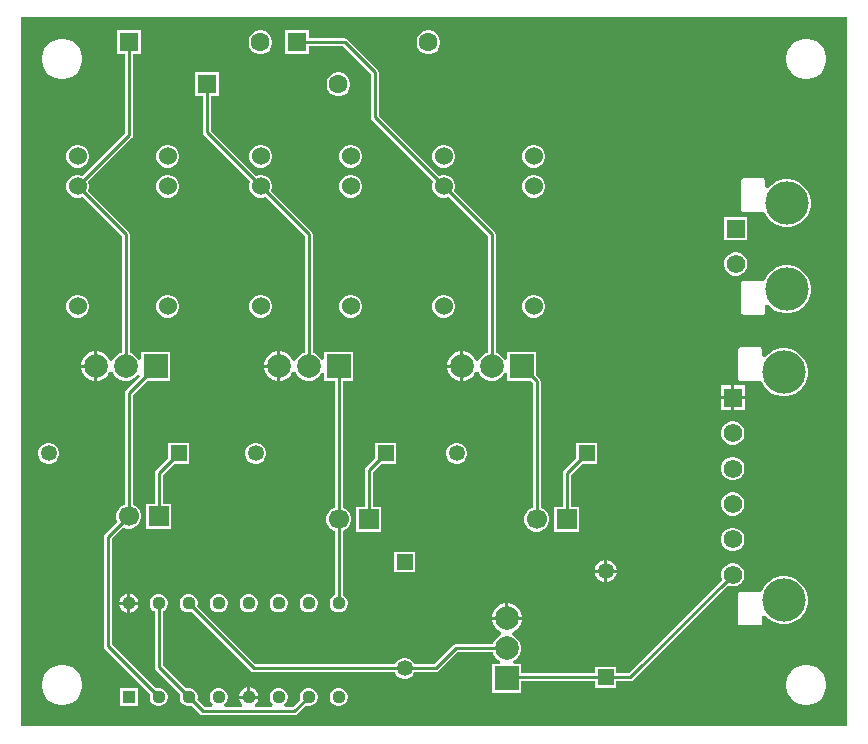
<source format=gbr>
%TF.GenerationSoftware,Altium Limited,Altium Designer,25.1.2 (22)*%
G04 Layer_Physical_Order=2*
G04 Layer_Color=16711680*
%FSLAX45Y45*%
%MOMM*%
%TF.SameCoordinates,40A9CBEC-A2F6-451D-B56F-574927FC8DEB*%
%TF.FilePolarity,Positive*%
%TF.FileFunction,Copper,L2,Bot,Signal*%
%TF.Part,Single*%
G01*
G75*
%TA.AperFunction,Conductor*%
%ADD10C,0.25400*%
%TA.AperFunction,ComponentPad*%
%ADD12C,1.60000*%
%ADD13R,1.60000X1.60000*%
%ADD14C,1.57000*%
%ADD15R,1.57000X1.57000*%
%ADD16C,3.66000*%
%ADD17R,1.35000X1.35000*%
%ADD18C,1.35000*%
%ADD19C,1.52400*%
%ADD20R,1.70000X1.70000*%
%ADD21C,1.70000*%
%ADD22R,1.35000X1.35000*%
%ADD23C,2.01000*%
%ADD24R,2.01000X2.01000*%
%ADD25R,2.01000X2.01000*%
%ADD26C,1.13000*%
%ADD27R,1.13000X1.13000*%
G36*
X7000240Y0D02*
X0D01*
Y6002020D01*
X7000240D01*
Y0D01*
D02*
G37*
%LPC*%
G36*
X3465767Y5891200D02*
X3439436D01*
X3414003Y5884385D01*
X3391200Y5871220D01*
X3372582Y5852601D01*
X3359417Y5829798D01*
X3352602Y5804365D01*
Y5778035D01*
X3359417Y5752602D01*
X3372582Y5729799D01*
X3391200Y5711180D01*
X3414003Y5698015D01*
X3439436Y5691200D01*
X3465767D01*
X3491200Y5698015D01*
X3514003Y5711180D01*
X3532621Y5729799D01*
X3545787Y5752602D01*
X3552601Y5778035D01*
Y5804365D01*
X3545787Y5829798D01*
X3532621Y5852601D01*
X3514003Y5871220D01*
X3491200Y5884385D01*
X3465767Y5891200D01*
D02*
G37*
G36*
X2043367D02*
X2017036D01*
X1991603Y5884385D01*
X1968800Y5871220D01*
X1950182Y5852601D01*
X1937017Y5829798D01*
X1930202Y5804365D01*
Y5778035D01*
X1937017Y5752602D01*
X1950182Y5729799D01*
X1968800Y5711180D01*
X1991603Y5698015D01*
X2017036Y5691200D01*
X2043367D01*
X2068800Y5698015D01*
X2091603Y5711180D01*
X2110221Y5729799D01*
X2123387Y5752602D01*
X2130201Y5778035D01*
Y5804365D01*
X2123387Y5829798D01*
X2110221Y5852601D01*
X2091603Y5871220D01*
X2068800Y5884385D01*
X2043367Y5891200D01*
D02*
G37*
G36*
X6666743Y5820001D02*
X6633256D01*
X6600412Y5813468D01*
X6569474Y5800653D01*
X6541631Y5782049D01*
X6517952Y5758370D01*
X6499347Y5730527D01*
X6486533Y5699589D01*
X6479999Y5666745D01*
Y5633258D01*
X6486533Y5600414D01*
X6499347Y5569476D01*
X6517952Y5541633D01*
X6541631Y5517954D01*
X6569474Y5499349D01*
X6600412Y5486535D01*
X6633256Y5480001D01*
X6666743D01*
X6699587Y5486535D01*
X6730525Y5499349D01*
X6758368Y5517954D01*
X6782047Y5541633D01*
X6800651Y5569476D01*
X6813466Y5600414D01*
X6819999Y5633258D01*
Y5666745D01*
X6813466Y5699589D01*
X6800651Y5730527D01*
X6782047Y5758370D01*
X6758368Y5782049D01*
X6730525Y5800653D01*
X6699587Y5813468D01*
X6666743Y5820001D01*
D02*
G37*
G36*
X366745D02*
X333258D01*
X300415Y5813468D01*
X269477Y5800653D01*
X241633Y5782049D01*
X217954Y5758370D01*
X199350Y5730527D01*
X186535Y5699589D01*
X180002Y5666745D01*
Y5633258D01*
X186535Y5600414D01*
X199350Y5569476D01*
X217954Y5541633D01*
X241633Y5517954D01*
X269477Y5499349D01*
X300415Y5486535D01*
X333258Y5480001D01*
X366745D01*
X399589Y5486535D01*
X430527Y5499349D01*
X458370Y5517954D01*
X482049Y5541633D01*
X500654Y5569476D01*
X513469Y5600414D01*
X520002Y5633258D01*
Y5666745D01*
X513469Y5699589D01*
X500654Y5730527D01*
X482049Y5758370D01*
X458370Y5782049D01*
X430527Y5800653D01*
X399589Y5813468D01*
X366745Y5820001D01*
D02*
G37*
G36*
X2703767Y5535600D02*
X2677436D01*
X2652003Y5528785D01*
X2629200Y5515620D01*
X2610582Y5497001D01*
X2597417Y5474198D01*
X2590602Y5448765D01*
Y5422435D01*
X2597417Y5397002D01*
X2610582Y5374199D01*
X2629200Y5355580D01*
X2652003Y5342415D01*
X2677436Y5335600D01*
X2703767D01*
X2729200Y5342415D01*
X2752003Y5355580D01*
X2770621Y5374199D01*
X2783787Y5397002D01*
X2790601Y5422435D01*
Y5448765D01*
X2783787Y5474198D01*
X2770621Y5497001D01*
X2752003Y5515620D01*
X2729200Y5528785D01*
X2703767Y5535600D01*
D02*
G37*
G36*
X4356065Y4922200D02*
X4330735D01*
X4306268Y4915644D01*
X4284332Y4902979D01*
X4266421Y4885068D01*
X4253756Y4863132D01*
X4247200Y4838665D01*
Y4813335D01*
X4253756Y4788868D01*
X4266421Y4766932D01*
X4284332Y4749021D01*
X4306268Y4736356D01*
X4330735Y4729800D01*
X4356065D01*
X4380532Y4736356D01*
X4402468Y4749021D01*
X4420379Y4766932D01*
X4433044Y4788868D01*
X4439600Y4813335D01*
Y4838665D01*
X4433044Y4863132D01*
X4420379Y4885068D01*
X4402468Y4902979D01*
X4380532Y4915644D01*
X4356065Y4922200D01*
D02*
G37*
G36*
X3594065D02*
X3568735D01*
X3544268Y4915644D01*
X3522332Y4902979D01*
X3504421Y4885068D01*
X3491756Y4863132D01*
X3485200Y4838665D01*
Y4813335D01*
X3491756Y4788868D01*
X3504421Y4766932D01*
X3522332Y4749021D01*
X3544268Y4736356D01*
X3568735Y4729800D01*
X3594065D01*
X3618532Y4736356D01*
X3640468Y4749021D01*
X3658379Y4766932D01*
X3671044Y4788868D01*
X3677600Y4813335D01*
Y4838665D01*
X3671044Y4863132D01*
X3658379Y4885068D01*
X3640468Y4902979D01*
X3618532Y4915644D01*
X3594065Y4922200D01*
D02*
G37*
G36*
X2806665D02*
X2781335D01*
X2756868Y4915644D01*
X2734932Y4902979D01*
X2717021Y4885068D01*
X2704356Y4863132D01*
X2697800Y4838665D01*
Y4813335D01*
X2704356Y4788868D01*
X2717021Y4766932D01*
X2734932Y4749021D01*
X2756868Y4736356D01*
X2781335Y4729800D01*
X2806665D01*
X2831132Y4736356D01*
X2853068Y4749021D01*
X2870979Y4766932D01*
X2883644Y4788868D01*
X2890200Y4813335D01*
Y4838665D01*
X2883644Y4863132D01*
X2870979Y4885068D01*
X2853068Y4902979D01*
X2831132Y4915644D01*
X2806665Y4922200D01*
D02*
G37*
G36*
X2044665D02*
X2019335D01*
X1994868Y4915644D01*
X1972932Y4902979D01*
X1955021Y4885068D01*
X1942356Y4863132D01*
X1935800Y4838665D01*
Y4813335D01*
X1942356Y4788868D01*
X1955021Y4766932D01*
X1972932Y4749021D01*
X1994868Y4736356D01*
X2019335Y4729800D01*
X2044665D01*
X2069132Y4736356D01*
X2091068Y4749021D01*
X2108979Y4766932D01*
X2121644Y4788868D01*
X2128200Y4813335D01*
Y4838665D01*
X2121644Y4863132D01*
X2108979Y4885068D01*
X2091068Y4902979D01*
X2069132Y4915644D01*
X2044665Y4922200D01*
D02*
G37*
G36*
X1257265D02*
X1231935D01*
X1207468Y4915644D01*
X1185532Y4902979D01*
X1167621Y4885068D01*
X1154956Y4863132D01*
X1148400Y4838665D01*
Y4813335D01*
X1154956Y4788868D01*
X1167621Y4766932D01*
X1185532Y4749021D01*
X1207468Y4736356D01*
X1231935Y4729800D01*
X1257265D01*
X1281732Y4736356D01*
X1303668Y4749021D01*
X1321579Y4766932D01*
X1334244Y4788868D01*
X1340800Y4813335D01*
Y4838665D01*
X1334244Y4863132D01*
X1321579Y4885068D01*
X1303668Y4902979D01*
X1281732Y4915644D01*
X1257265Y4922200D01*
D02*
G37*
G36*
X495265D02*
X469935D01*
X445468Y4915644D01*
X423532Y4902979D01*
X405621Y4885068D01*
X392956Y4863132D01*
X386400Y4838665D01*
Y4813335D01*
X392956Y4788868D01*
X405621Y4766932D01*
X423532Y4749021D01*
X445468Y4736356D01*
X469935Y4729800D01*
X495265D01*
X519732Y4736356D01*
X541668Y4749021D01*
X559579Y4766932D01*
X572244Y4788868D01*
X578800Y4813335D01*
Y4838665D01*
X572244Y4863132D01*
X559579Y4885068D01*
X541668Y4902979D01*
X519732Y4915644D01*
X495265Y4922200D01*
D02*
G37*
G36*
X1016198Y5891200D02*
X816199D01*
Y5691200D01*
X882858D01*
Y5019408D01*
X523131Y4659682D01*
X519732Y4661644D01*
X495265Y4668200D01*
X469935D01*
X445468Y4661644D01*
X423532Y4648979D01*
X405621Y4631068D01*
X392956Y4609132D01*
X386400Y4584665D01*
Y4559335D01*
X392956Y4534868D01*
X405621Y4512932D01*
X423532Y4495021D01*
X445468Y4482356D01*
X469935Y4475800D01*
X495265D01*
X519732Y4482356D01*
X523131Y4484318D01*
X855659Y4151790D01*
Y3163817D01*
X842489Y3160288D01*
X815011Y3144424D01*
X792576Y3121989D01*
X778394Y3097425D01*
X764710Y3095634D01*
X751401Y3098188D01*
X735745Y3125304D01*
X712304Y3148745D01*
X683596Y3165320D01*
X651575Y3173900D01*
X647700D01*
Y3048000D01*
Y2922100D01*
X651575D01*
X683596Y2930680D01*
X712304Y2947255D01*
X735745Y2970696D01*
X751401Y2997812D01*
X764710Y3000366D01*
X778394Y2998575D01*
X792576Y2974011D01*
X815011Y2951576D01*
X842489Y2935712D01*
X873136Y2927500D01*
X904864D01*
X935511Y2935712D01*
X962989Y2951576D01*
X983400Y2971987D01*
X993864Y2971819D01*
X1010929Y2967386D01*
X1011839Y2963990D01*
X890825Y2842975D01*
X883597Y2832159D01*
X881059Y2819400D01*
Y1877770D01*
X873872Y1875844D01*
X849929Y1862021D01*
X830379Y1842471D01*
X816556Y1818528D01*
X809400Y1791823D01*
Y1764177D01*
X816556Y1737472D01*
X820276Y1731027D01*
X713025Y1623775D01*
X705797Y1612959D01*
X703259Y1600200D01*
Y679201D01*
X705797Y666442D01*
X713025Y655626D01*
X1095974Y272677D01*
X1091900Y257472D01*
Y237330D01*
X1097113Y217873D01*
X1107185Y200429D01*
X1121428Y186186D01*
X1138872Y176114D01*
X1158329Y170901D01*
X1178471D01*
X1197928Y176114D01*
X1215372Y186186D01*
X1229615Y200429D01*
X1239687Y217873D01*
X1244900Y237330D01*
Y257472D01*
X1239687Y276929D01*
X1229615Y294373D01*
X1215372Y308616D01*
X1197928Y318688D01*
X1178471Y323901D01*
X1158329D01*
X1143124Y319827D01*
X769941Y693011D01*
Y1586390D01*
X867427Y1683876D01*
X873872Y1680156D01*
X900577Y1673000D01*
X928223D01*
X954928Y1680156D01*
X978871Y1693979D01*
X998421Y1713529D01*
X1012244Y1737472D01*
X1019400Y1764177D01*
Y1791823D01*
X1012244Y1818528D01*
X998421Y1842471D01*
X978871Y1862021D01*
X954928Y1875844D01*
X947741Y1877770D01*
Y2805590D01*
X1069651Y2927500D01*
X1263500D01*
Y3168500D01*
X1022500D01*
Y3108571D01*
X997100Y3101765D01*
X985424Y3121989D01*
X962989Y3144424D01*
X935511Y3160288D01*
X922341Y3163817D01*
Y4165600D01*
X919803Y4178359D01*
X912575Y4189175D01*
X570282Y4531469D01*
X572244Y4534868D01*
X578800Y4559335D01*
Y4584665D01*
X572244Y4609132D01*
X570282Y4612531D01*
X939774Y4982023D01*
X947001Y4992839D01*
X949539Y5005598D01*
Y5691200D01*
X1016198D01*
Y5891200D01*
D02*
G37*
G36*
X4356065Y4668200D02*
X4330735D01*
X4306268Y4661644D01*
X4284332Y4648979D01*
X4266421Y4631068D01*
X4253756Y4609132D01*
X4247200Y4584665D01*
Y4559335D01*
X4253756Y4534868D01*
X4266421Y4512932D01*
X4284332Y4495021D01*
X4306268Y4482356D01*
X4330735Y4475800D01*
X4356065D01*
X4380532Y4482356D01*
X4402468Y4495021D01*
X4420379Y4512932D01*
X4433044Y4534868D01*
X4439600Y4559335D01*
Y4584665D01*
X4433044Y4609132D01*
X4420379Y4631068D01*
X4402468Y4648979D01*
X4380532Y4661644D01*
X4356065Y4668200D01*
D02*
G37*
G36*
X2806665D02*
X2781335D01*
X2756868Y4661644D01*
X2734932Y4648979D01*
X2717021Y4631068D01*
X2704356Y4609132D01*
X2697800Y4584665D01*
Y4559335D01*
X2704356Y4534868D01*
X2717021Y4512932D01*
X2734932Y4495021D01*
X2756868Y4482356D01*
X2781335Y4475800D01*
X2806665D01*
X2831132Y4482356D01*
X2853068Y4495021D01*
X2870979Y4512932D01*
X2883644Y4534868D01*
X2890200Y4559335D01*
Y4584665D01*
X2883644Y4609132D01*
X2870979Y4631068D01*
X2853068Y4648979D01*
X2831132Y4661644D01*
X2806665Y4668200D01*
D02*
G37*
G36*
X1257265D02*
X1231935D01*
X1207468Y4661644D01*
X1185532Y4648979D01*
X1167621Y4631068D01*
X1154956Y4609132D01*
X1148400Y4584665D01*
Y4559335D01*
X1154956Y4534868D01*
X1167621Y4512932D01*
X1185532Y4495021D01*
X1207468Y4482356D01*
X1231935Y4475800D01*
X1257265D01*
X1281732Y4482356D01*
X1303668Y4495021D01*
X1321579Y4512932D01*
X1334244Y4534868D01*
X1340800Y4559335D01*
Y4584665D01*
X1334244Y4609132D01*
X1321579Y4631068D01*
X1303668Y4648979D01*
X1281732Y4661644D01*
X1257265Y4668200D01*
D02*
G37*
G36*
X6281600Y4641892D02*
X6121600D01*
X6113797Y4640340D01*
X6107181Y4635920D01*
X6102760Y4629304D01*
X6101208Y4621500D01*
Y4376500D01*
X6102760Y4368697D01*
X6107181Y4362081D01*
X6113797Y4357661D01*
X6121600Y4356108D01*
X6281600D01*
X6289404Y4357661D01*
X6297433Y4355225D01*
X6306704Y4332844D01*
X6328920Y4299595D01*
X6357195Y4271320D01*
X6390443Y4249104D01*
X6427387Y4233801D01*
X6466606Y4226000D01*
X6506594D01*
X6545813Y4233801D01*
X6582756Y4249104D01*
X6616005Y4271320D01*
X6644280Y4299595D01*
X6666496Y4332844D01*
X6681799Y4369787D01*
X6689600Y4409006D01*
Y4448994D01*
X6681799Y4488213D01*
X6666496Y4525157D01*
X6644280Y4558405D01*
X6616005Y4586680D01*
X6582756Y4608896D01*
X6545813Y4624199D01*
X6506594Y4632000D01*
X6466606D01*
X6427387Y4624199D01*
X6390443Y4608896D01*
X6357195Y4586680D01*
X6328920Y4558405D01*
X6327392Y4556119D01*
X6301992Y4563824D01*
Y4621500D01*
X6300440Y4629304D01*
X6296020Y4635920D01*
X6289404Y4640340D01*
X6281600Y4641892D01*
D02*
G37*
G36*
X6153100Y4312500D02*
X5956100D01*
Y4115500D01*
X6153100D01*
Y4312500D01*
D02*
G37*
G36*
X6067568Y4012500D02*
X6041632D01*
X6016581Y4005787D01*
X5994120Y3992820D01*
X5975781Y3974480D01*
X5962813Y3952020D01*
X5956100Y3926968D01*
Y3901032D01*
X5962813Y3875981D01*
X5975781Y3853520D01*
X5994120Y3835181D01*
X6016581Y3822213D01*
X6041632Y3815500D01*
X6067568D01*
X6092620Y3822213D01*
X6115080Y3835181D01*
X6133420Y3853520D01*
X6146387Y3875981D01*
X6153100Y3901032D01*
Y3926968D01*
X6146387Y3952020D01*
X6133420Y3974480D01*
X6115080Y3992820D01*
X6092620Y4005787D01*
X6067568Y4012500D01*
D02*
G37*
G36*
X6506594Y3902000D02*
X6466606D01*
X6427387Y3894199D01*
X6390443Y3878896D01*
X6357195Y3856680D01*
X6328920Y3828405D01*
X6306704Y3795156D01*
X6297433Y3772776D01*
X6289404Y3770340D01*
X6281600Y3771892D01*
X6121600D01*
X6113797Y3770340D01*
X6107181Y3765920D01*
X6102760Y3759304D01*
X6101208Y3751500D01*
Y3506500D01*
X6102760Y3498697D01*
X6107181Y3492081D01*
X6113797Y3487661D01*
X6121600Y3486108D01*
X6281600D01*
X6289404Y3487661D01*
X6296020Y3492081D01*
X6300440Y3498697D01*
X6301992Y3506500D01*
Y3564176D01*
X6327392Y3571881D01*
X6328920Y3569595D01*
X6357195Y3541320D01*
X6390443Y3519104D01*
X6427387Y3503801D01*
X6466606Y3496000D01*
X6506594D01*
X6545813Y3503801D01*
X6582756Y3519104D01*
X6616005Y3541320D01*
X6644280Y3569595D01*
X6666496Y3602843D01*
X6681799Y3639787D01*
X6689600Y3679006D01*
Y3718994D01*
X6681799Y3758213D01*
X6666496Y3795156D01*
X6644280Y3828405D01*
X6616005Y3856680D01*
X6582756Y3878896D01*
X6545813Y3894199D01*
X6506594Y3902000D01*
D02*
G37*
G36*
X4356065Y3652200D02*
X4330735D01*
X4306268Y3645644D01*
X4284332Y3632979D01*
X4266421Y3615068D01*
X4253756Y3593132D01*
X4247200Y3568665D01*
Y3543335D01*
X4253756Y3518868D01*
X4266421Y3496932D01*
X4284332Y3479021D01*
X4306268Y3466356D01*
X4330735Y3459800D01*
X4356065D01*
X4380532Y3466356D01*
X4402468Y3479021D01*
X4420379Y3496932D01*
X4433044Y3518868D01*
X4439600Y3543335D01*
Y3568665D01*
X4433044Y3593132D01*
X4420379Y3615068D01*
X4402468Y3632979D01*
X4380532Y3645644D01*
X4356065Y3652200D01*
D02*
G37*
G36*
X3594065D02*
X3568735D01*
X3544268Y3645644D01*
X3522332Y3632979D01*
X3504421Y3615068D01*
X3491756Y3593132D01*
X3485200Y3568665D01*
Y3543335D01*
X3491756Y3518868D01*
X3504421Y3496932D01*
X3522332Y3479021D01*
X3544268Y3466356D01*
X3568735Y3459800D01*
X3594065D01*
X3618532Y3466356D01*
X3640468Y3479021D01*
X3658379Y3496932D01*
X3671044Y3518868D01*
X3677600Y3543335D01*
Y3568665D01*
X3671044Y3593132D01*
X3658379Y3615068D01*
X3640468Y3632979D01*
X3618532Y3645644D01*
X3594065Y3652200D01*
D02*
G37*
G36*
X2806665D02*
X2781335D01*
X2756868Y3645644D01*
X2734932Y3632979D01*
X2717021Y3615068D01*
X2704356Y3593132D01*
X2697800Y3568665D01*
Y3543335D01*
X2704356Y3518868D01*
X2717021Y3496932D01*
X2734932Y3479021D01*
X2756868Y3466356D01*
X2781335Y3459800D01*
X2806665D01*
X2831132Y3466356D01*
X2853068Y3479021D01*
X2870979Y3496932D01*
X2883644Y3518868D01*
X2890200Y3543335D01*
Y3568665D01*
X2883644Y3593132D01*
X2870979Y3615068D01*
X2853068Y3632979D01*
X2831132Y3645644D01*
X2806665Y3652200D01*
D02*
G37*
G36*
X2044665D02*
X2019335D01*
X1994868Y3645644D01*
X1972932Y3632979D01*
X1955021Y3615068D01*
X1942356Y3593132D01*
X1935800Y3568665D01*
Y3543335D01*
X1942356Y3518868D01*
X1955021Y3496932D01*
X1972932Y3479021D01*
X1994868Y3466356D01*
X2019335Y3459800D01*
X2044665D01*
X2069132Y3466356D01*
X2091068Y3479021D01*
X2108979Y3496932D01*
X2121644Y3518868D01*
X2128200Y3543335D01*
Y3568665D01*
X2121644Y3593132D01*
X2108979Y3615068D01*
X2091068Y3632979D01*
X2069132Y3645644D01*
X2044665Y3652200D01*
D02*
G37*
G36*
X1257265D02*
X1231935D01*
X1207468Y3645644D01*
X1185532Y3632979D01*
X1167621Y3615068D01*
X1154956Y3593132D01*
X1148400Y3568665D01*
Y3543335D01*
X1154956Y3518868D01*
X1167621Y3496932D01*
X1185532Y3479021D01*
X1207468Y3466356D01*
X1231935Y3459800D01*
X1257265D01*
X1281732Y3466356D01*
X1303668Y3479021D01*
X1321579Y3496932D01*
X1334244Y3518868D01*
X1340800Y3543335D01*
Y3568665D01*
X1334244Y3593132D01*
X1321579Y3615068D01*
X1303668Y3632979D01*
X1281732Y3645644D01*
X1257265Y3652200D01*
D02*
G37*
G36*
X495265D02*
X469935D01*
X445468Y3645644D01*
X423532Y3632979D01*
X405621Y3615068D01*
X392956Y3593132D01*
X386400Y3568665D01*
Y3543335D01*
X392956Y3518868D01*
X405621Y3496932D01*
X423532Y3479021D01*
X445468Y3466356D01*
X469935Y3459800D01*
X495265D01*
X519732Y3466356D01*
X541668Y3479021D01*
X559579Y3496932D01*
X572244Y3518868D01*
X578800Y3543335D01*
Y3568665D01*
X572244Y3593132D01*
X559579Y3615068D01*
X541668Y3632979D01*
X519732Y3645644D01*
X495265Y3652200D01*
D02*
G37*
G36*
X2438598Y5891200D02*
X2238599D01*
Y5691200D01*
X2438598D01*
Y5757859D01*
X2729390D01*
X2963859Y5523390D01*
Y5156200D01*
X2966397Y5143441D01*
X2973625Y5132625D01*
X3493718Y4612531D01*
X3491756Y4609132D01*
X3485200Y4584665D01*
Y4559335D01*
X3491756Y4534868D01*
X3504421Y4512932D01*
X3522332Y4495021D01*
X3544268Y4482356D01*
X3568735Y4475800D01*
X3594065D01*
X3618532Y4482356D01*
X3621931Y4484318D01*
X3954459Y4151790D01*
Y3163817D01*
X3941289Y3160288D01*
X3913811Y3144424D01*
X3891376Y3121989D01*
X3877194Y3097425D01*
X3863510Y3095634D01*
X3850201Y3098188D01*
X3834545Y3125304D01*
X3811104Y3148745D01*
X3782396Y3165320D01*
X3750375Y3173900D01*
X3746500D01*
Y3048000D01*
Y2922100D01*
X3750375D01*
X3782396Y2930680D01*
X3811104Y2947255D01*
X3834545Y2970696D01*
X3850201Y2997812D01*
X3863510Y3000366D01*
X3877194Y2998575D01*
X3891376Y2974011D01*
X3913811Y2951576D01*
X3941289Y2935712D01*
X3971936Y2927500D01*
X4003664D01*
X4034311Y2935712D01*
X4061789Y2951576D01*
X4084224Y2974011D01*
X4095900Y2994235D01*
X4121300Y2987429D01*
Y2927500D01*
X4315149D01*
X4335459Y2907190D01*
Y1852370D01*
X4328272Y1850444D01*
X4304329Y1836621D01*
X4284779Y1817071D01*
X4270956Y1793128D01*
X4263800Y1766423D01*
Y1738777D01*
X4270956Y1712072D01*
X4284779Y1688129D01*
X4304329Y1668579D01*
X4328272Y1654756D01*
X4354977Y1647600D01*
X4382623D01*
X4409328Y1654756D01*
X4433271Y1668579D01*
X4452821Y1688129D01*
X4466644Y1712072D01*
X4473800Y1738777D01*
Y1766423D01*
X4466644Y1793128D01*
X4452821Y1817071D01*
X4433271Y1836621D01*
X4409328Y1850444D01*
X4402141Y1852370D01*
Y2921000D01*
X4399603Y2933759D01*
X4392375Y2944575D01*
X4362300Y2974651D01*
Y3168500D01*
X4121300D01*
Y3108571D01*
X4095900Y3101765D01*
X4084224Y3121989D01*
X4061789Y3144424D01*
X4034311Y3160288D01*
X4021141Y3163817D01*
Y4165600D01*
X4018603Y4178359D01*
X4011375Y4189175D01*
X3669082Y4531469D01*
X3671044Y4534868D01*
X3677600Y4559335D01*
Y4584665D01*
X3671044Y4609132D01*
X3658379Y4631068D01*
X3640468Y4648979D01*
X3618532Y4661644D01*
X3594065Y4668200D01*
X3568735D01*
X3544268Y4661644D01*
X3540869Y4659682D01*
X3030541Y5170010D01*
Y5537200D01*
X3028003Y5549959D01*
X3020776Y5560775D01*
X2766775Y5814775D01*
X2755959Y5822003D01*
X2743200Y5824541D01*
X2438598D01*
Y5891200D01*
D02*
G37*
G36*
X1676598Y5535600D02*
X1476599D01*
Y5335600D01*
X1543258D01*
Y5027402D01*
X1545796Y5014643D01*
X1553023Y5003826D01*
X1944318Y4612531D01*
X1942356Y4609132D01*
X1935800Y4584665D01*
Y4559335D01*
X1942356Y4534868D01*
X1955021Y4512932D01*
X1972932Y4495021D01*
X1994868Y4482356D01*
X2019335Y4475800D01*
X2044665D01*
X2069132Y4482356D01*
X2072531Y4484318D01*
X2405059Y4151790D01*
Y3163817D01*
X2391889Y3160288D01*
X2364411Y3144424D01*
X2341976Y3121989D01*
X2327794Y3097425D01*
X2314110Y3095634D01*
X2300801Y3098188D01*
X2285145Y3125304D01*
X2261704Y3148745D01*
X2232996Y3165320D01*
X2200975Y3173900D01*
X2197100D01*
Y3048000D01*
Y2922100D01*
X2200975D01*
X2232996Y2930680D01*
X2261704Y2947255D01*
X2285145Y2970696D01*
X2300801Y2997812D01*
X2314110Y3000366D01*
X2327794Y2998575D01*
X2341976Y2974011D01*
X2364411Y2951576D01*
X2391889Y2935712D01*
X2422536Y2927500D01*
X2454264D01*
X2484911Y2935712D01*
X2512389Y2951576D01*
X2534824Y2974011D01*
X2546500Y2994235D01*
X2571900Y2987429D01*
Y2927500D01*
X2659058D01*
Y1852370D01*
X2651870Y1850444D01*
X2627928Y1836621D01*
X2608378Y1817071D01*
X2594555Y1793128D01*
X2587399Y1766423D01*
Y1738777D01*
X2594555Y1712072D01*
X2608378Y1688129D01*
X2627928Y1668579D01*
X2651870Y1654756D01*
X2659059Y1652830D01*
Y1110485D01*
X2645428Y1102615D01*
X2631185Y1088372D01*
X2621113Y1070928D01*
X2615900Y1051471D01*
Y1031329D01*
X2621113Y1011872D01*
X2631185Y994428D01*
X2645428Y980185D01*
X2662872Y970113D01*
X2682329Y964900D01*
X2702471D01*
X2721928Y970113D01*
X2739372Y980185D01*
X2753615Y994428D01*
X2763687Y1011872D01*
X2768900Y1031329D01*
Y1051471D01*
X2763687Y1070928D01*
X2753615Y1088372D01*
X2739372Y1102615D01*
X2725740Y1110486D01*
Y1652830D01*
X2732927Y1654756D01*
X2756870Y1668579D01*
X2776420Y1688129D01*
X2790243Y1712072D01*
X2797399Y1738777D01*
Y1766423D01*
X2790243Y1793128D01*
X2776420Y1817071D01*
X2756870Y1836621D01*
X2732927Y1850444D01*
X2725740Y1852370D01*
Y2927500D01*
X2812900D01*
Y3168500D01*
X2571900D01*
Y3108571D01*
X2546500Y3101765D01*
X2534824Y3121989D01*
X2512389Y3144424D01*
X2484911Y3160288D01*
X2471741Y3163817D01*
Y4165600D01*
X2469203Y4178359D01*
X2461975Y4189175D01*
X2119682Y4531469D01*
X2121644Y4534868D01*
X2128200Y4559335D01*
Y4584665D01*
X2121644Y4609132D01*
X2108979Y4631068D01*
X2091068Y4648979D01*
X2069132Y4661644D01*
X2044665Y4668200D01*
X2019335D01*
X1994868Y4661644D01*
X1991469Y4659682D01*
X1609939Y5041212D01*
Y5335600D01*
X1676598D01*
Y5535600D01*
D02*
G37*
G36*
X2171700Y3173900D02*
X2167825D01*
X2135804Y3165320D01*
X2107096Y3148745D01*
X2083655Y3125304D01*
X2067080Y3096596D01*
X2058500Y3064575D01*
Y3060700D01*
X2171700D01*
Y3173900D01*
D02*
G37*
G36*
X3721100D02*
X3717225D01*
X3685204Y3165320D01*
X3656496Y3148745D01*
X3633055Y3125304D01*
X3616480Y3096596D01*
X3607900Y3064575D01*
Y3060700D01*
X3721100D01*
Y3173900D01*
D02*
G37*
G36*
X622300D02*
X618425D01*
X586404Y3165320D01*
X557696Y3148745D01*
X534255Y3125304D01*
X517680Y3096596D01*
X509100Y3064575D01*
Y3060700D01*
X622300D01*
Y3173900D01*
D02*
G37*
G36*
X3721100Y3035300D02*
X3607900D01*
Y3031425D01*
X3616480Y2999404D01*
X3633055Y2970696D01*
X3656496Y2947255D01*
X3685204Y2930680D01*
X3717225Y2922100D01*
X3721100D01*
Y3035300D01*
D02*
G37*
G36*
X2171700D02*
X2058500D01*
Y3031425D01*
X2067080Y2999404D01*
X2083655Y2970696D01*
X2107096Y2947255D01*
X2135804Y2930680D01*
X2167825Y2922100D01*
X2171700D01*
Y3035300D01*
D02*
G37*
G36*
X622300D02*
X509100D01*
Y3031425D01*
X517680Y2999404D01*
X534255Y2970696D01*
X557696Y2947255D01*
X586404Y2930680D01*
X618425Y2922100D01*
X622300D01*
Y3035300D01*
D02*
G37*
G36*
X6133100Y2885900D02*
X6041900D01*
Y2794700D01*
X6133100D01*
Y2885900D01*
D02*
G37*
G36*
X6016500D02*
X5925300D01*
Y2794700D01*
X6016500D01*
Y2885900D01*
D02*
G37*
G36*
X6256200Y3209392D02*
X6096200D01*
X6088396Y3207839D01*
X6081780Y3203419D01*
X6077360Y3196803D01*
X6075808Y3189000D01*
Y2944000D01*
X6077360Y2936196D01*
X6081780Y2929580D01*
X6088396Y2925160D01*
X6096200Y2923608D01*
X6256200D01*
X6264003Y2925160D01*
X6272270Y2922652D01*
X6281304Y2900844D01*
X6303520Y2867595D01*
X6331795Y2839320D01*
X6365043Y2817104D01*
X6401987Y2801801D01*
X6441206Y2794000D01*
X6481194D01*
X6520413Y2801801D01*
X6557356Y2817104D01*
X6590605Y2839320D01*
X6618880Y2867595D01*
X6641096Y2900844D01*
X6656399Y2937787D01*
X6664200Y2977006D01*
Y3016994D01*
X6656399Y3056213D01*
X6641096Y3093157D01*
X6618880Y3126405D01*
X6590605Y3154680D01*
X6557356Y3176896D01*
X6520413Y3192199D01*
X6481194Y3200000D01*
X6441206D01*
X6401987Y3192199D01*
X6365043Y3176896D01*
X6331795Y3154680D01*
X6303520Y3126405D01*
X6301992Y3124118D01*
X6276592Y3131823D01*
Y3189000D01*
X6275040Y3196803D01*
X6270619Y3203419D01*
X6264003Y3207839D01*
X6256200Y3209392D01*
D02*
G37*
G36*
X6133100Y2769300D02*
X6041900D01*
Y2678100D01*
X6133100D01*
Y2769300D01*
D02*
G37*
G36*
X6016500D02*
X5925300D01*
Y2678100D01*
X6016500D01*
Y2769300D01*
D02*
G37*
G36*
X6042168Y2580500D02*
X6016232D01*
X5991181Y2573787D01*
X5968720Y2560820D01*
X5950381Y2542481D01*
X5937413Y2520020D01*
X5930700Y2494968D01*
Y2469032D01*
X5937413Y2443981D01*
X5950381Y2421520D01*
X5968720Y2403181D01*
X5991181Y2390213D01*
X6016232Y2383500D01*
X6042168D01*
X6067220Y2390213D01*
X6089680Y2403181D01*
X6108020Y2421520D01*
X6120987Y2443981D01*
X6127700Y2469032D01*
Y2494968D01*
X6120987Y2520020D01*
X6108020Y2542481D01*
X6089680Y2560820D01*
X6067220Y2573787D01*
X6042168Y2580500D01*
D02*
G37*
G36*
X3703318Y2398900D02*
X3680279D01*
X3658025Y2392937D01*
X3638072Y2381417D01*
X3621781Y2365126D01*
X3610262Y2345174D01*
X3604299Y2322920D01*
Y2299880D01*
X3610262Y2277626D01*
X3621781Y2257674D01*
X3638072Y2241383D01*
X3658025Y2229863D01*
X3680279Y2223900D01*
X3703318D01*
X3725572Y2229863D01*
X3745525Y2241383D01*
X3761816Y2257674D01*
X3773336Y2277626D01*
X3779299Y2299880D01*
Y2322920D01*
X3773336Y2345174D01*
X3761816Y2365126D01*
X3745525Y2381417D01*
X3725572Y2392937D01*
X3703318Y2398900D01*
D02*
G37*
G36*
X2001520D02*
X1978480D01*
X1956226Y2392937D01*
X1936274Y2381417D01*
X1919983Y2365126D01*
X1908463Y2345174D01*
X1902500Y2322920D01*
Y2299880D01*
X1908463Y2277626D01*
X1919983Y2257674D01*
X1936274Y2241383D01*
X1956226Y2229863D01*
X1978480Y2223900D01*
X2001520D01*
X2023774Y2229863D01*
X2043726Y2241383D01*
X2060017Y2257674D01*
X2071537Y2277626D01*
X2077500Y2299880D01*
Y2322920D01*
X2071537Y2345174D01*
X2060017Y2365126D01*
X2043726Y2381417D01*
X2023774Y2392937D01*
X2001520Y2398900D01*
D02*
G37*
G36*
X248918D02*
X225879D01*
X203625Y2392937D01*
X183672Y2381417D01*
X167381Y2365126D01*
X155862Y2345174D01*
X149899Y2322920D01*
Y2299880D01*
X155862Y2277626D01*
X167381Y2257674D01*
X183672Y2241383D01*
X203625Y2229863D01*
X225879Y2223900D01*
X248918D01*
X271172Y2229863D01*
X291125Y2241383D01*
X307416Y2257674D01*
X318936Y2277626D01*
X324899Y2299880D01*
Y2322920D01*
X318936Y2345174D01*
X307416Y2365126D01*
X291125Y2381417D01*
X271172Y2392937D01*
X248918Y2398900D01*
D02*
G37*
G36*
X6042168Y2280500D02*
X6016232D01*
X5991181Y2273787D01*
X5968720Y2260819D01*
X5950381Y2242480D01*
X5937413Y2220019D01*
X5930700Y2194968D01*
Y2169032D01*
X5937413Y2143980D01*
X5950381Y2121520D01*
X5968720Y2103180D01*
X5991181Y2090213D01*
X6016232Y2083500D01*
X6042168D01*
X6067220Y2090213D01*
X6089680Y2103180D01*
X6108020Y2121520D01*
X6120987Y2143980D01*
X6127700Y2169032D01*
Y2194968D01*
X6120987Y2220019D01*
X6108020Y2242480D01*
X6089680Y2260819D01*
X6067220Y2273787D01*
X6042168Y2280500D01*
D02*
G37*
G36*
Y1980500D02*
X6016232D01*
X5991181Y1973787D01*
X5968720Y1960820D01*
X5950381Y1942480D01*
X5937413Y1920020D01*
X5930700Y1894968D01*
Y1869032D01*
X5937413Y1843981D01*
X5950381Y1821520D01*
X5968720Y1803181D01*
X5991181Y1790213D01*
X6016232Y1783500D01*
X6042168D01*
X6067220Y1790213D01*
X6089680Y1803181D01*
X6108020Y1821520D01*
X6120987Y1843981D01*
X6127700Y1869032D01*
Y1894968D01*
X6120987Y1920020D01*
X6108020Y1942480D01*
X6089680Y1960820D01*
X6067220Y1973787D01*
X6042168Y1980500D01*
D02*
G37*
G36*
X1424901Y2398900D02*
X1249901D01*
Y2271051D01*
X1144825Y2165974D01*
X1137597Y2155157D01*
X1135059Y2142399D01*
Y1883000D01*
X1063400D01*
Y1673000D01*
X1273400D01*
Y1883000D01*
X1201741D01*
Y2128589D01*
X1297052Y2223900D01*
X1424901D01*
Y2398900D01*
D02*
G37*
G36*
X4879301D02*
X4704301D01*
Y2271051D01*
X4599225Y2165974D01*
X4591997Y2155157D01*
X4589459Y2142399D01*
Y1857600D01*
X4517800D01*
Y1647600D01*
X4727800D01*
Y1857600D01*
X4656141D01*
Y2128589D01*
X4751452Y2223900D01*
X4879301D01*
Y2398900D01*
D02*
G37*
G36*
X3177498D02*
X3002498D01*
Y2271051D01*
X2922824Y2191376D01*
X2915596Y2180560D01*
X2913058Y2167801D01*
Y1857600D01*
X2841399D01*
Y1647600D01*
X3051399D01*
Y1857600D01*
X2979740D01*
Y2153991D01*
X3049649Y2223900D01*
X3177498D01*
Y2398900D01*
D02*
G37*
G36*
X6042168Y1680500D02*
X6016232D01*
X5991181Y1673787D01*
X5968720Y1660819D01*
X5950381Y1642480D01*
X5937413Y1620019D01*
X5930700Y1594968D01*
Y1569032D01*
X5937413Y1543980D01*
X5950381Y1521519D01*
X5968720Y1503180D01*
X5991181Y1490213D01*
X6016232Y1483500D01*
X6042168D01*
X6067220Y1490213D01*
X6089680Y1503180D01*
X6108020Y1521519D01*
X6120987Y1543980D01*
X6127700Y1569032D01*
Y1594968D01*
X6120987Y1620019D01*
X6108020Y1642480D01*
X6089680Y1660819D01*
X6067220Y1673787D01*
X6042168Y1680500D01*
D02*
G37*
G36*
X4965700Y1406374D02*
Y1326300D01*
X5045774D01*
X5039569Y1349458D01*
X5027338Y1370642D01*
X5010042Y1387939D01*
X4988858Y1400169D01*
X4965700Y1406374D01*
D02*
G37*
G36*
X4940300D02*
X4917142Y1400169D01*
X4895958Y1387939D01*
X4878662Y1370642D01*
X4866431Y1349458D01*
X4860226Y1326300D01*
X4940300D01*
Y1406374D01*
D02*
G37*
G36*
X3338700Y1477300D02*
X3163700D01*
Y1302300D01*
X3338700D01*
Y1477300D01*
D02*
G37*
G36*
X5045774Y1300900D02*
X4965700D01*
Y1220826D01*
X4988858Y1227031D01*
X5010042Y1239262D01*
X5027338Y1256558D01*
X5039569Y1277742D01*
X5045774Y1300900D01*
D02*
G37*
G36*
X4940300D02*
X4860226D01*
X4866431Y1277742D01*
X4878662Y1256558D01*
X4895958Y1239262D01*
X4917142Y1227031D01*
X4940300Y1220826D01*
Y1300900D01*
D02*
G37*
G36*
X6042168Y1380500D02*
X6016232D01*
X5991181Y1373787D01*
X5968720Y1360819D01*
X5950381Y1342480D01*
X5937413Y1320019D01*
X5930700Y1294968D01*
Y1269032D01*
X5937413Y1243980D01*
X5939835Y1239785D01*
X5146990Y446940D01*
X5040500D01*
Y501100D01*
X4865500D01*
Y446940D01*
X4235300D01*
Y526900D01*
X4175371D01*
X4168565Y552300D01*
X4188789Y563976D01*
X4211224Y586411D01*
X4227088Y613889D01*
X4235300Y644536D01*
Y676264D01*
X4227088Y706911D01*
X4211224Y734389D01*
X4188789Y756824D01*
X4164225Y771006D01*
X4162434Y784690D01*
X4164988Y797999D01*
X4192104Y813655D01*
X4215545Y837096D01*
X4232120Y865804D01*
X4240700Y897825D01*
Y901700D01*
X4114800D01*
X3988900D01*
Y897825D01*
X3997480Y865804D01*
X4014055Y837096D01*
X4037496Y813655D01*
X4064612Y797999D01*
X4067166Y784690D01*
X4065375Y771006D01*
X4040811Y756824D01*
X4018376Y734389D01*
X4002512Y706911D01*
X3998983Y693741D01*
X3683000D01*
X3670241Y691203D01*
X3659425Y683975D01*
X3498590Y523140D01*
X3332853D01*
X3332737Y523574D01*
X3321217Y543526D01*
X3304926Y559817D01*
X3284974Y571337D01*
X3262720Y577300D01*
X3239680D01*
X3217426Y571337D01*
X3197474Y559817D01*
X3181183Y543526D01*
X3169663Y523574D01*
X3169547Y523140D01*
X1987810D01*
X1494826Y1016124D01*
X1498900Y1031329D01*
Y1051471D01*
X1493687Y1070928D01*
X1483615Y1088372D01*
X1469372Y1102615D01*
X1451928Y1112687D01*
X1432471Y1117900D01*
X1412329D01*
X1392872Y1112687D01*
X1375428Y1102615D01*
X1361185Y1088372D01*
X1351113Y1070928D01*
X1345900Y1051471D01*
Y1031329D01*
X1351113Y1011872D01*
X1361185Y994428D01*
X1375428Y980185D01*
X1392872Y970113D01*
X1412329Y964900D01*
X1432471D01*
X1447676Y968974D01*
X1950425Y466224D01*
X1961241Y458997D01*
X1974000Y456459D01*
X3169547D01*
X3169663Y456026D01*
X3181183Y436074D01*
X3197474Y419782D01*
X3217426Y408263D01*
X3239680Y402300D01*
X3262720D01*
X3284974Y408263D01*
X3304926Y419782D01*
X3321217Y436074D01*
X3332737Y456026D01*
X3332853Y456459D01*
X3512400D01*
X3525159Y458997D01*
X3535975Y466225D01*
X3696810Y627059D01*
X3998983D01*
X4002512Y613889D01*
X4018376Y586411D01*
X4040811Y563976D01*
X4061035Y552300D01*
X4054229Y526900D01*
X3994300D01*
Y285900D01*
X4235300D01*
Y380259D01*
X4865500D01*
Y326100D01*
X5040500D01*
Y380259D01*
X5160800D01*
X5173559Y382797D01*
X5184375Y390025D01*
X5986985Y1192635D01*
X5991181Y1190213D01*
X6016232Y1183500D01*
X6042168D01*
X6067220Y1190213D01*
X6089680Y1203180D01*
X6108020Y1221520D01*
X6120987Y1243980D01*
X6127700Y1269032D01*
Y1294968D01*
X6120987Y1320019D01*
X6108020Y1342480D01*
X6089680Y1360819D01*
X6067220Y1373787D01*
X6042168Y1380500D01*
D02*
G37*
G36*
X6481194Y1270000D02*
X6441206D01*
X6401987Y1262199D01*
X6365043Y1246896D01*
X6331795Y1224680D01*
X6303520Y1196405D01*
X6281304Y1163156D01*
X6272270Y1141348D01*
X6264004Y1138840D01*
X6256201Y1140393D01*
X6096201D01*
X6088397Y1138840D01*
X6081781Y1134420D01*
X6077361Y1127804D01*
X6075809Y1120001D01*
Y875001D01*
X6077361Y867197D01*
X6081781Y860581D01*
X6088397Y856161D01*
X6096201Y854609D01*
X6256201D01*
X6264004Y856161D01*
X6270620Y860581D01*
X6275041Y867197D01*
X6276593Y875001D01*
Y932175D01*
X6301993Y939880D01*
X6303520Y937595D01*
X6331795Y909320D01*
X6365043Y887104D01*
X6401987Y871801D01*
X6441206Y864000D01*
X6481194D01*
X6520413Y871801D01*
X6557356Y887104D01*
X6590605Y909320D01*
X6618880Y937595D01*
X6641096Y970843D01*
X6656399Y1007787D01*
X6664200Y1047006D01*
Y1086994D01*
X6656399Y1126213D01*
X6641096Y1163156D01*
X6618880Y1196405D01*
X6590605Y1224680D01*
X6557356Y1246896D01*
X6520413Y1262199D01*
X6481194Y1270000D01*
D02*
G37*
G36*
X927100Y1122786D02*
Y1054100D01*
X995786D01*
X990719Y1073012D01*
X979936Y1091688D01*
X964688Y1106936D01*
X946012Y1117719D01*
X927100Y1122786D01*
D02*
G37*
G36*
X901700D02*
X882788Y1117719D01*
X864112Y1106936D01*
X848864Y1091688D01*
X838081Y1073012D01*
X833014Y1054100D01*
X901700D01*
Y1122786D01*
D02*
G37*
G36*
X2448471Y1117900D02*
X2428329D01*
X2408872Y1112687D01*
X2391428Y1102615D01*
X2377185Y1088372D01*
X2367113Y1070928D01*
X2361900Y1051471D01*
Y1031329D01*
X2367113Y1011872D01*
X2377185Y994428D01*
X2391428Y980185D01*
X2408872Y970113D01*
X2428329Y964900D01*
X2448471D01*
X2467928Y970113D01*
X2485372Y980185D01*
X2499615Y994428D01*
X2509687Y1011872D01*
X2514900Y1031329D01*
Y1051471D01*
X2509687Y1070928D01*
X2499615Y1088372D01*
X2485372Y1102615D01*
X2467928Y1112687D01*
X2448471Y1117900D01*
D02*
G37*
G36*
X2194471D02*
X2174329D01*
X2154872Y1112687D01*
X2137428Y1102615D01*
X2123185Y1088372D01*
X2113113Y1070928D01*
X2107900Y1051471D01*
Y1031329D01*
X2113113Y1011872D01*
X2123185Y994428D01*
X2137428Y980185D01*
X2154872Y970113D01*
X2174329Y964900D01*
X2194471D01*
X2213928Y970113D01*
X2231372Y980185D01*
X2245615Y994428D01*
X2255687Y1011872D01*
X2260900Y1031329D01*
Y1051471D01*
X2255687Y1070928D01*
X2245615Y1088372D01*
X2231372Y1102615D01*
X2213928Y1112687D01*
X2194471Y1117900D01*
D02*
G37*
G36*
X1940471D02*
X1920329D01*
X1900872Y1112687D01*
X1883428Y1102615D01*
X1869185Y1088372D01*
X1859113Y1070928D01*
X1853900Y1051471D01*
Y1031329D01*
X1859113Y1011872D01*
X1869185Y994428D01*
X1883428Y980185D01*
X1900872Y970113D01*
X1920329Y964900D01*
X1940471D01*
X1959928Y970113D01*
X1977372Y980185D01*
X1991615Y994428D01*
X2001687Y1011872D01*
X2006900Y1031329D01*
Y1051471D01*
X2001687Y1070928D01*
X1991615Y1088372D01*
X1977372Y1102615D01*
X1959928Y1112687D01*
X1940471Y1117900D01*
D02*
G37*
G36*
X1686471D02*
X1666329D01*
X1646872Y1112687D01*
X1629428Y1102615D01*
X1615185Y1088372D01*
X1605113Y1070928D01*
X1599900Y1051471D01*
Y1031329D01*
X1605113Y1011872D01*
X1615185Y994428D01*
X1629428Y980185D01*
X1646872Y970113D01*
X1666329Y964900D01*
X1686471D01*
X1705928Y970113D01*
X1723372Y980185D01*
X1737615Y994428D01*
X1747687Y1011872D01*
X1752900Y1031329D01*
Y1051471D01*
X1747687Y1070928D01*
X1737615Y1088372D01*
X1723372Y1102615D01*
X1705928Y1112687D01*
X1686471Y1117900D01*
D02*
G37*
G36*
X995786Y1028700D02*
X927100D01*
Y960014D01*
X946012Y965081D01*
X964688Y975864D01*
X979936Y991112D01*
X990719Y1009788D01*
X995786Y1028700D01*
D02*
G37*
G36*
X901700D02*
X833014D01*
X838081Y1009788D01*
X848864Y991112D01*
X864112Y975864D01*
X882788Y965081D01*
X901700Y960014D01*
Y1028700D01*
D02*
G37*
G36*
X4131375Y1040300D02*
X4127500D01*
Y927100D01*
X4240700D01*
Y930975D01*
X4232120Y962996D01*
X4215545Y991704D01*
X4192104Y1015145D01*
X4163396Y1031720D01*
X4131375Y1040300D01*
D02*
G37*
G36*
X4102100D02*
X4098225D01*
X4066204Y1031720D01*
X4037496Y1015145D01*
X4014055Y991704D01*
X3997480Y962996D01*
X3988900Y930975D01*
Y927100D01*
X4102100D01*
Y1040300D01*
D02*
G37*
G36*
X1943100Y328787D02*
Y260101D01*
X2011786D01*
X2006719Y279013D01*
X1995936Y297689D01*
X1980688Y312937D01*
X1962012Y323720D01*
X1943100Y328787D01*
D02*
G37*
G36*
X1917700D02*
X1898788Y323720D01*
X1880112Y312937D01*
X1864864Y297689D01*
X1854081Y279013D01*
X1849014Y260101D01*
X1917700D01*
Y328787D01*
D02*
G37*
G36*
X6666743Y520002D02*
X6633256D01*
X6600412Y513469D01*
X6569474Y500654D01*
X6541631Y482049D01*
X6517952Y458370D01*
X6499347Y430527D01*
X6486533Y399589D01*
X6479999Y366745D01*
Y333258D01*
X6486533Y300415D01*
X6499347Y269477D01*
X6517952Y241633D01*
X6541631Y217954D01*
X6569474Y199350D01*
X6600412Y186535D01*
X6633256Y180002D01*
X6666743D01*
X6699587Y186535D01*
X6730525Y199350D01*
X6758368Y217954D01*
X6782047Y241633D01*
X6800651Y269477D01*
X6813466Y300415D01*
X6819999Y333258D01*
Y366745D01*
X6813466Y399589D01*
X6800651Y430527D01*
X6782047Y458370D01*
X6758368Y482049D01*
X6730525Y500654D01*
X6699587Y513469D01*
X6666743Y520002D01*
D02*
G37*
G36*
X366745D02*
X333258D01*
X300415Y513469D01*
X269477Y500654D01*
X241633Y482049D01*
X217954Y458370D01*
X199350Y430527D01*
X186535Y399589D01*
X180002Y366745D01*
Y333258D01*
X186535Y300415D01*
X199350Y269477D01*
X217954Y241633D01*
X241633Y217954D01*
X269477Y199350D01*
X300415Y186535D01*
X333258Y180002D01*
X366745D01*
X399589Y186535D01*
X430527Y199350D01*
X458370Y217954D01*
X482049Y241633D01*
X500654Y269477D01*
X513469Y300415D01*
X520002Y333258D01*
Y366745D01*
X513469Y399589D01*
X500654Y430527D01*
X482049Y458370D01*
X458370Y482049D01*
X430527Y500654D01*
X399589Y513469D01*
X366745Y520002D01*
D02*
G37*
G36*
X2702471Y323901D02*
X2682329D01*
X2662872Y318688D01*
X2645428Y308616D01*
X2631185Y294373D01*
X2621113Y276929D01*
X2615900Y257472D01*
Y237330D01*
X2621113Y217873D01*
X2631185Y200429D01*
X2645428Y186186D01*
X2662872Y176114D01*
X2682329Y170901D01*
X2702471D01*
X2721928Y176114D01*
X2739372Y186186D01*
X2753615Y200429D01*
X2763687Y217873D01*
X2768900Y237330D01*
Y257472D01*
X2763687Y276929D01*
X2753615Y294373D01*
X2739372Y308616D01*
X2721928Y318688D01*
X2702471Y323901D01*
D02*
G37*
G36*
X1178471Y1117900D02*
X1158329D01*
X1138872Y1112687D01*
X1121428Y1102615D01*
X1107185Y1088372D01*
X1097113Y1070928D01*
X1091900Y1051471D01*
Y1031329D01*
X1097113Y1011872D01*
X1107185Y994428D01*
X1121428Y980185D01*
X1135059Y972315D01*
Y501401D01*
X1137597Y488642D01*
X1144825Y477826D01*
X1349974Y272676D01*
X1345900Y257472D01*
Y237330D01*
X1351113Y217873D01*
X1361185Y200429D01*
X1375428Y186186D01*
X1392872Y176114D01*
X1412329Y170901D01*
X1432471D01*
X1447676Y174975D01*
X1519226Y103424D01*
X1530042Y96197D01*
X1542801Y93659D01*
X2317999D01*
X2330758Y96197D01*
X2341574Y103425D01*
X2413124Y174975D01*
X2428329Y170901D01*
X2448471D01*
X2467928Y176114D01*
X2485372Y186186D01*
X2499615Y200429D01*
X2509687Y217873D01*
X2514900Y237330D01*
Y257472D01*
X2509687Y276929D01*
X2499615Y294373D01*
X2485372Y308616D01*
X2467928Y318688D01*
X2448471Y323901D01*
X2428329D01*
X2408872Y318688D01*
X2391428Y308616D01*
X2377185Y294373D01*
X2367113Y276929D01*
X2361900Y257472D01*
Y237330D01*
X2365974Y222126D01*
X2304189Y160341D01*
X2237407D01*
X2230601Y185741D01*
X2231372Y186186D01*
X2245615Y200429D01*
X2255687Y217873D01*
X2260900Y237330D01*
Y257472D01*
X2255687Y276929D01*
X2245615Y294373D01*
X2231372Y308616D01*
X2213928Y318688D01*
X2194471Y323901D01*
X2174329D01*
X2154872Y318688D01*
X2137428Y308616D01*
X2123185Y294373D01*
X2113113Y276929D01*
X2107900Y257472D01*
Y237330D01*
X2113113Y217873D01*
X2123185Y200429D01*
X2137428Y186186D01*
X2138199Y185741D01*
X2131393Y160341D01*
X1993751D01*
X1988000Y169816D01*
X1984563Y185741D01*
X1995936Y197113D01*
X2006719Y215789D01*
X2011786Y234701D01*
X1930400D01*
X1849014D01*
X1854081Y215789D01*
X1864864Y197113D01*
X1876237Y185741D01*
X1872800Y169816D01*
X1867049Y160341D01*
X1729407D01*
X1722601Y185741D01*
X1723372Y186186D01*
X1737615Y200429D01*
X1747687Y217873D01*
X1752900Y237330D01*
Y257472D01*
X1747687Y276929D01*
X1737615Y294373D01*
X1723372Y308616D01*
X1705928Y318688D01*
X1686471Y323901D01*
X1666329D01*
X1646872Y318688D01*
X1629428Y308616D01*
X1615185Y294373D01*
X1605113Y276929D01*
X1599900Y257472D01*
Y237330D01*
X1605113Y217873D01*
X1615185Y200429D01*
X1629428Y186186D01*
X1630199Y185741D01*
X1623393Y160341D01*
X1556611D01*
X1494826Y222126D01*
X1498900Y237330D01*
Y257472D01*
X1493687Y276929D01*
X1483615Y294373D01*
X1469372Y308616D01*
X1451928Y318688D01*
X1432471Y323901D01*
X1412329D01*
X1397125Y319827D01*
X1201741Y515211D01*
Y972315D01*
X1215372Y980185D01*
X1229615Y994428D01*
X1239687Y1011872D01*
X1244900Y1031329D01*
Y1051471D01*
X1239687Y1070928D01*
X1229615Y1088372D01*
X1215372Y1102615D01*
X1197928Y1112687D01*
X1178471Y1117900D01*
D02*
G37*
G36*
X990900Y323901D02*
X837900D01*
Y170901D01*
X990900D01*
Y323901D01*
D02*
G37*
%LPD*%
D10*
X2338598Y5791200D02*
X2743200D01*
X2997200Y5537200D01*
Y5156200D02*
Y5537200D01*
Y5156200D02*
X3581400Y4572000D01*
X916198Y5005598D02*
Y5791200D01*
X1576598Y5027402D02*
X2032000Y4572000D01*
X1576598Y5027402D02*
Y5435600D01*
X3251200Y489800D02*
X3512400D01*
X3683000Y660400D02*
X4114800D01*
X3512400Y489800D02*
X3683000Y660400D01*
X1974000Y489800D02*
X3251200D01*
X1422400Y1041400D02*
X1974000Y489800D01*
X4114800Y406400D02*
X4122000Y413600D01*
X4953000D01*
X5160800D02*
X6029200Y1282000D01*
X4953000Y413600D02*
X5160800D01*
X2317999Y127000D02*
X2438400Y247401D01*
X1542801Y127000D02*
X2317999D01*
X1422400Y247401D02*
X1542801Y127000D01*
X2692399Y1041401D02*
X2692400Y1041400D01*
X2692399Y1041401D02*
Y1752599D01*
X2692399Y1752600D02*
X2692399Y1752599D01*
X736600Y1600200D02*
X914400Y1778000D01*
X736600Y679201D02*
Y1600200D01*
Y679201D02*
X1168400Y247401D01*
Y501401D02*
X1422400Y247401D01*
X1168400Y501401D02*
Y1041400D01*
X4241800Y3048000D02*
X4368800Y2921000D01*
Y1752600D02*
Y2921000D01*
X2946399Y2167801D02*
X3089998Y2311400D01*
X2946399Y1752600D02*
Y2167801D01*
X2692399Y1752600D02*
Y3047999D01*
X2692400Y3048000D01*
X914400Y2819400D02*
X1143000Y3048000D01*
X914400Y1778000D02*
Y2819400D01*
X1168400Y1778000D02*
Y2142399D01*
X1337401Y2311400D01*
X4622800Y1752600D02*
Y2142399D01*
X4791801Y2311400D01*
X3581400Y4572000D02*
X3987800Y4165600D01*
Y3048000D02*
Y4165600D01*
X2438400Y3048000D02*
Y4165600D01*
X2032000Y4572000D02*
X2438400Y4165600D01*
X482600Y4572000D02*
X916198Y5005598D01*
X482600Y4572000D02*
X889000Y4165600D01*
Y3048000D02*
Y4165600D01*
D12*
X2690602Y5435600D02*
D03*
X2030202Y5791200D02*
D03*
X3452602D02*
D03*
D13*
X1576598Y5435600D02*
D03*
X916198Y5791200D02*
D03*
X2338598D02*
D03*
D14*
X6054600Y3914000D02*
D03*
X6029200Y1282000D02*
D03*
Y1582000D02*
D03*
Y1882000D02*
D03*
Y2182000D02*
D03*
Y2482000D02*
D03*
D15*
X6054600Y4214000D02*
D03*
X6029200Y2782000D02*
D03*
D16*
X6486600Y4429000D02*
D03*
Y3699000D02*
D03*
X6461200Y2997000D02*
D03*
Y1067000D02*
D03*
D17*
X4791801Y2311400D02*
D03*
X3089998D02*
D03*
X1337401D02*
D03*
D18*
X3691799D02*
D03*
X1990000D02*
D03*
X237399D02*
D03*
X3251200Y489800D02*
D03*
X4953000Y1313600D02*
D03*
D19*
X2794000Y4826000D02*
D03*
Y4572000D02*
D03*
Y3556000D02*
D03*
X2032000D02*
D03*
Y4572000D02*
D03*
Y4826000D02*
D03*
X4343400D02*
D03*
Y4572000D02*
D03*
Y3556000D02*
D03*
X3581400D02*
D03*
Y4572000D02*
D03*
Y4826000D02*
D03*
X1244600D02*
D03*
Y4572000D02*
D03*
Y3556000D02*
D03*
X482600D02*
D03*
Y4572000D02*
D03*
Y4826000D02*
D03*
D20*
X4622800Y1752600D02*
D03*
X1168400Y1778000D02*
D03*
X2946399Y1752600D02*
D03*
D21*
X4368800D02*
D03*
X914400Y1778000D02*
D03*
X2692399Y1752600D02*
D03*
D22*
X3251200Y1389800D02*
D03*
X4953000Y413600D02*
D03*
D23*
X4114800Y914400D02*
D03*
Y660400D02*
D03*
X3733800Y3048000D02*
D03*
X3987800D02*
D03*
X635000D02*
D03*
X889000D02*
D03*
X2184400D02*
D03*
X2438400D02*
D03*
D24*
X4114800Y406400D02*
D03*
D25*
X4241800Y3048000D02*
D03*
X1143000D02*
D03*
X2692400D02*
D03*
D26*
X914400Y1041400D02*
D03*
X1168400D02*
D03*
X1422400D02*
D03*
X1676400D02*
D03*
X1930400D02*
D03*
X2184400D02*
D03*
X2438400D02*
D03*
X2692400D02*
D03*
Y247401D02*
D03*
X2438400D02*
D03*
X2184400D02*
D03*
X1930400D02*
D03*
X1676400D02*
D03*
X1422400D02*
D03*
X1168400D02*
D03*
D27*
X914400D02*
D03*
%TF.MD5,537f799c9cb41e7d03e6a19059cdab50*%
M02*

</source>
